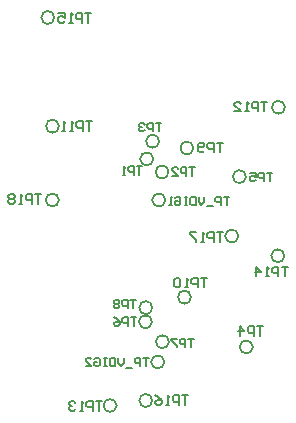
<source format=gbo>
%FSLAX24Y24*%
%MOIN*%
G70*
G01*
G75*
G04 Layer_Color=32896*
%ADD10C,0.0197*%
%ADD11C,0.0276*%
%ADD12R,0.0315X0.0276*%
%ADD13R,0.0295X0.0591*%
%ADD14R,0.0315X0.0118*%
%ADD15R,0.0394X0.0709*%
%ADD16R,0.0177X0.0098*%
%ADD17R,0.0177X0.0138*%
G04:AMPARAMS|DCode=18|XSize=59.1mil|YSize=17.7mil|CornerRadius=0mil|HoleSize=0mil|Usage=FLASHONLY|Rotation=90.000|XOffset=0mil|YOffset=0mil|HoleType=Round|Shape=RoundedRectangle|*
%AMROUNDEDRECTD18*
21,1,0.0591,0.0177,0,0,90.0*
21,1,0.0591,0.0177,0,0,90.0*
1,1,0.0000,0.0089,0.0295*
1,1,0.0000,0.0089,-0.0295*
1,1,0.0000,-0.0089,-0.0295*
1,1,0.0000,-0.0089,0.0295*
%
%ADD18ROUNDEDRECTD18*%
%ADD19R,0.0118X0.0315*%
%ADD20R,0.0472X0.0787*%
%ADD21R,0.0354X0.0157*%
%ADD22R,0.0189X0.0197*%
%ADD23R,0.0039X0.0039*%
%ADD24R,0.0246X0.1496*%
%ADD25R,0.0246X0.1043*%
%ADD26R,0.1232X0.0246*%
%ADD27R,0.1496X0.0246*%
%ADD28R,0.0177X0.0197*%
%ADD29R,0.0118X0.0118*%
G04:AMPARAMS|DCode=30|XSize=11.8mil|YSize=11.8mil|CornerRadius=0.3mil|HoleSize=0mil|Usage=FLASHONLY|Rotation=270.000|XOffset=0mil|YOffset=0mil|HoleType=Round|Shape=RoundedRectangle|*
%AMROUNDEDRECTD30*
21,1,0.0118,0.0112,0,0,270.0*
21,1,0.0112,0.0118,0,0,270.0*
1,1,0.0006,-0.0056,-0.0056*
1,1,0.0006,-0.0056,0.0056*
1,1,0.0006,0.0056,0.0056*
1,1,0.0006,0.0056,-0.0056*
%
%ADD30ROUNDEDRECTD30*%
%ADD31R,0.1654X0.1654*%
%ADD32R,0.0374X0.0079*%
%ADD33R,0.0079X0.0374*%
G04:AMPARAMS|DCode=34|XSize=39.4mil|YSize=23.6mil|CornerRadius=0.6mil|HoleSize=0mil|Usage=FLASHONLY|Rotation=270.000|XOffset=0mil|YOffset=0mil|HoleType=Round|Shape=RoundedRectangle|*
%AMROUNDEDRECTD34*
21,1,0.0394,0.0224,0,0,270.0*
21,1,0.0382,0.0236,0,0,270.0*
1,1,0.0012,-0.0112,-0.0191*
1,1,0.0012,-0.0112,0.0191*
1,1,0.0012,0.0112,0.0191*
1,1,0.0012,0.0112,-0.0191*
%
%ADD34ROUNDEDRECTD34*%
%ADD35R,0.0118X0.0118*%
%ADD36R,0.0630X0.0315*%
G04:AMPARAMS|DCode=37|XSize=25.2mil|YSize=24mil|CornerRadius=0.6mil|HoleSize=0mil|Usage=FLASHONLY|Rotation=90.000|XOffset=0mil|YOffset=0mil|HoleType=Round|Shape=RoundedRectangle|*
%AMROUNDEDRECTD37*
21,1,0.0252,0.0228,0,0,90.0*
21,1,0.0240,0.0240,0,0,90.0*
1,1,0.0012,0.0114,0.0120*
1,1,0.0012,0.0114,-0.0120*
1,1,0.0012,-0.0114,-0.0120*
1,1,0.0012,-0.0114,0.0120*
%
%ADD37ROUNDEDRECTD37*%
%ADD38R,0.0138X0.0226*%
%ADD39R,0.0226X0.0138*%
%ADD40R,0.0138X0.0148*%
%ADD41R,0.0148X0.0138*%
%ADD42C,0.0354*%
%ADD43R,0.0138X0.0236*%
%ADD44R,0.0295X0.0197*%
%ADD45R,0.0390X0.0430*%
G04:AMPARAMS|DCode=46|XSize=31.5mil|YSize=31.5mil|CornerRadius=0.8mil|HoleSize=0mil|Usage=FLASHONLY|Rotation=180.000|XOffset=0mil|YOffset=0mil|HoleType=Round|Shape=RoundedRectangle|*
%AMROUNDEDRECTD46*
21,1,0.0315,0.0299,0,0,180.0*
21,1,0.0299,0.0315,0,0,180.0*
1,1,0.0016,-0.0150,0.0150*
1,1,0.0016,0.0150,0.0150*
1,1,0.0016,0.0150,-0.0150*
1,1,0.0016,-0.0150,-0.0150*
%
%ADD46ROUNDEDRECTD46*%
G04:AMPARAMS|DCode=47|XSize=19.7mil|YSize=19.7mil|CornerRadius=0.5mil|HoleSize=0mil|Usage=FLASHONLY|Rotation=0.000|XOffset=0mil|YOffset=0mil|HoleType=Round|Shape=RoundedRectangle|*
%AMROUNDEDRECTD47*
21,1,0.0197,0.0187,0,0,0.0*
21,1,0.0187,0.0197,0,0,0.0*
1,1,0.0010,0.0094,-0.0094*
1,1,0.0010,-0.0094,-0.0094*
1,1,0.0010,-0.0094,0.0094*
1,1,0.0010,0.0094,0.0094*
%
%ADD47ROUNDEDRECTD47*%
G04:AMPARAMS|DCode=48|XSize=11.8mil|YSize=11.8mil|CornerRadius=0.3mil|HoleSize=0mil|Usage=FLASHONLY|Rotation=180.000|XOffset=0mil|YOffset=0mil|HoleType=Round|Shape=RoundedRectangle|*
%AMROUNDEDRECTD48*
21,1,0.0118,0.0112,0,0,180.0*
21,1,0.0112,0.0118,0,0,180.0*
1,1,0.0006,-0.0056,0.0056*
1,1,0.0006,0.0056,0.0056*
1,1,0.0006,0.0056,-0.0056*
1,1,0.0006,-0.0056,-0.0056*
%
%ADD48ROUNDEDRECTD48*%
%ADD49R,0.1909X0.1909*%
%ADD50C,0.0108*%
G04:AMPARAMS|DCode=51|XSize=35.4mil|YSize=31.5mil|CornerRadius=0.2mil|HoleSize=0mil|Usage=FLASHONLY|Rotation=180.000|XOffset=0mil|YOffset=0mil|HoleType=Round|Shape=RoundedRectangle|*
%AMROUNDEDRECTD51*
21,1,0.0354,0.0312,0,0,180.0*
21,1,0.0351,0.0315,0,0,180.0*
1,1,0.0003,-0.0176,0.0156*
1,1,0.0003,0.0176,0.0156*
1,1,0.0003,0.0176,-0.0156*
1,1,0.0003,-0.0176,-0.0156*
%
%ADD51ROUNDEDRECTD51*%
G04:AMPARAMS|DCode=52|XSize=19.7mil|YSize=19.7mil|CornerRadius=0.5mil|HoleSize=0mil|Usage=FLASHONLY|Rotation=270.000|XOffset=0mil|YOffset=0mil|HoleType=Round|Shape=RoundedRectangle|*
%AMROUNDEDRECTD52*
21,1,0.0197,0.0187,0,0,270.0*
21,1,0.0187,0.0197,0,0,270.0*
1,1,0.0010,-0.0094,-0.0094*
1,1,0.0010,-0.0094,0.0094*
1,1,0.0010,0.0094,0.0094*
1,1,0.0010,0.0094,-0.0094*
%
%ADD52ROUNDEDRECTD52*%
%ADD53R,0.0197X0.0177*%
G04:AMPARAMS|DCode=54|XSize=31.5mil|YSize=31.5mil|CornerRadius=0.8mil|HoleSize=0mil|Usage=FLASHONLY|Rotation=270.000|XOffset=0mil|YOffset=0mil|HoleType=Round|Shape=RoundedRectangle|*
%AMROUNDEDRECTD54*
21,1,0.0315,0.0299,0,0,270.0*
21,1,0.0299,0.0315,0,0,270.0*
1,1,0.0016,-0.0150,-0.0150*
1,1,0.0016,-0.0150,0.0150*
1,1,0.0016,0.0150,0.0150*
1,1,0.0016,0.0150,-0.0150*
%
%ADD54ROUNDEDRECTD54*%
%ADD55C,0.0472*%
%ADD56C,0.0039*%
%ADD57C,0.0079*%
%ADD58C,0.0060*%
%ADD59C,0.0157*%
%ADD60C,0.0200*%
%ADD61C,0.0118*%
%ADD62C,0.0120*%
%ADD63C,0.0150*%
%ADD64C,0.0059*%
%ADD65C,0.0060*%
%ADD66C,0.0030*%
%ADD67C,0.0080*%
%ADD68C,0.0276*%
%ADD69C,0.0070*%
%ADD70C,0.0100*%
%ADD71C,0.0110*%
%ADD72C,0.0068*%
%ADD73C,0.0130*%
%ADD74C,0.0055*%
%ADD75C,0.0177*%
%ADD76R,0.0433X0.0699*%
%ADD77R,0.0226X0.0157*%
%ADD78R,0.0650X0.0551*%
%ADD79R,0.0512X0.0394*%
%ADD80R,0.0630X0.0433*%
%ADD81R,0.0492X0.0482*%
%ADD82R,0.0364X0.0502*%
%ADD83R,0.0236X0.0404*%
%ADD84R,0.0130X0.0424*%
%ADD85R,0.0185X0.0433*%
%ADD86C,0.0315*%
%ADD87C,0.0276*%
%ADD88C,0.0157*%
%ADD89C,0.0240*%
%ADD90C,0.0200*%
%ADD91C,0.0180*%
%ADD92C,0.0177*%
%ADD93R,0.0315X0.0246*%
%ADD94R,0.0315X0.0384*%
%ADD95R,0.0315X0.0463*%
%ADD96R,0.0315X0.0472*%
%ADD97R,0.0315X0.0394*%
%ADD98R,0.0315X0.0492*%
%ADD99R,0.0295X0.0443*%
%ADD100C,0.0300*%
%ADD101R,0.0315X0.0551*%
%ADD102C,0.0300*%
%ADD103C,0.0286*%
%ADD104C,0.0098*%
%ADD105C,0.0040*%
%ADD106C,0.0070*%
%ADD107C,0.0071*%
%ADD108C,0.0003*%
%ADD109R,0.0197X0.0039*%
%ADD110R,0.0157X0.0157*%
%ADD111R,0.0197X0.0118*%
%ADD112R,0.0118X0.0157*%
%ADD113R,0.0146X0.0067*%
%ADD114R,0.0146X0.0106*%
%ADD115R,0.0106X0.0195*%
%ADD116R,0.0195X0.0106*%
%ADD117R,0.0106X0.0116*%
%ADD118R,0.0116X0.0106*%
%ADD119C,0.0118*%
%ADD120R,0.0365X0.0326*%
%ADD121R,0.0345X0.0641*%
%ADD122R,0.0365X0.0168*%
%ADD123R,0.0444X0.0759*%
%ADD124R,0.0227X0.0148*%
%ADD125R,0.0227X0.0188*%
G04:AMPARAMS|DCode=126|XSize=64.1mil|YSize=22.7mil|CornerRadius=0mil|HoleSize=0mil|Usage=FLASHONLY|Rotation=90.000|XOffset=0mil|YOffset=0mil|HoleType=Round|Shape=RoundedRectangle|*
%AMROUNDEDRECTD126*
21,1,0.0641,0.0227,0,0,90.0*
21,1,0.0641,0.0227,0,0,90.0*
1,1,0.0000,0.0114,0.0320*
1,1,0.0000,0.0114,-0.0320*
1,1,0.0000,-0.0114,-0.0320*
1,1,0.0000,-0.0114,0.0320*
%
%ADD126ROUNDEDRECTD126*%
%ADD127R,0.0168X0.0365*%
%ADD128R,0.0522X0.0837*%
%ADD129R,0.0394X0.0197*%
%ADD130R,0.0239X0.0247*%
%ADD131R,0.0089X0.0089*%
%ADD132R,0.0296X0.1546*%
%ADD133R,0.0296X0.1093*%
%ADD134R,0.1282X0.0296*%
%ADD135R,0.1546X0.0296*%
%ADD136R,0.0227X0.0247*%
%ADD137R,0.0168X0.0168*%
G04:AMPARAMS|DCode=138|XSize=15mil|YSize=15mil|CornerRadius=1.9mil|HoleSize=0mil|Usage=FLASHONLY|Rotation=270.000|XOffset=0mil|YOffset=0mil|HoleType=Round|Shape=RoundedRectangle|*
%AMROUNDEDRECTD138*
21,1,0.0150,0.0112,0,0,270.0*
21,1,0.0112,0.0150,0,0,270.0*
1,1,0.0037,-0.0056,-0.0056*
1,1,0.0037,-0.0056,0.0056*
1,1,0.0037,0.0056,0.0056*
1,1,0.0037,0.0056,-0.0056*
%
%ADD138ROUNDEDRECTD138*%
%ADD139R,0.1704X0.1704*%
%ADD140R,0.0424X0.0129*%
%ADD141R,0.0129X0.0424*%
G04:AMPARAMS|DCode=142|XSize=44.4mil|YSize=28.6mil|CornerRadius=3.1mil|HoleSize=0mil|Usage=FLASHONLY|Rotation=270.000|XOffset=0mil|YOffset=0mil|HoleType=Round|Shape=RoundedRectangle|*
%AMROUNDEDRECTD142*
21,1,0.0444,0.0224,0,0,270.0*
21,1,0.0382,0.0286,0,0,270.0*
1,1,0.0062,-0.0112,-0.0191*
1,1,0.0062,-0.0112,0.0191*
1,1,0.0062,0.0112,0.0191*
1,1,0.0062,0.0112,-0.0191*
%
%ADD142ROUNDEDRECTD142*%
%ADD143R,0.0168X0.0168*%
%ADD144R,0.0680X0.0365*%
G04:AMPARAMS|DCode=145|XSize=30.2mil|YSize=29mil|CornerRadius=3.1mil|HoleSize=0mil|Usage=FLASHONLY|Rotation=90.000|XOffset=0mil|YOffset=0mil|HoleType=Round|Shape=RoundedRectangle|*
%AMROUNDEDRECTD145*
21,1,0.0302,0.0228,0,0,90.0*
21,1,0.0240,0.0290,0,0,90.0*
1,1,0.0062,0.0114,0.0120*
1,1,0.0062,0.0114,-0.0120*
1,1,0.0062,-0.0114,-0.0120*
1,1,0.0062,-0.0114,0.0120*
%
%ADD145ROUNDEDRECTD145*%
%ADD146R,0.0217X0.0305*%
%ADD147R,0.0305X0.0217*%
%ADD148R,0.0217X0.0226*%
%ADD149R,0.0226X0.0217*%
%ADD150C,0.0748*%
%ADD151R,0.0345X0.0247*%
%ADD152R,0.0440X0.0480*%
G04:AMPARAMS|DCode=153|XSize=24.7mil|YSize=24.7mil|CornerRadius=3mil|HoleSize=0mil|Usage=FLASHONLY|Rotation=0.000|XOffset=0mil|YOffset=0mil|HoleType=Round|Shape=RoundedRectangle|*
%AMROUNDEDRECTD153*
21,1,0.0247,0.0187,0,0,0.0*
21,1,0.0187,0.0247,0,0,0.0*
1,1,0.0060,0.0094,-0.0094*
1,1,0.0060,-0.0094,-0.0094*
1,1,0.0060,-0.0094,0.0094*
1,1,0.0060,0.0094,0.0094*
%
%ADD153ROUNDEDRECTD153*%
G04:AMPARAMS|DCode=154|XSize=16.8mil|YSize=16.8mil|CornerRadius=2.8mil|HoleSize=0mil|Usage=FLASHONLY|Rotation=180.000|XOffset=0mil|YOffset=0mil|HoleType=Round|Shape=RoundedRectangle|*
%AMROUNDEDRECTD154*
21,1,0.0168,0.0112,0,0,180.0*
21,1,0.0112,0.0168,0,0,180.0*
1,1,0.0056,-0.0056,0.0056*
1,1,0.0056,0.0056,0.0056*
1,1,0.0056,0.0056,-0.0056*
1,1,0.0056,-0.0056,-0.0056*
%
%ADD154ROUNDEDRECTD154*%
%ADD155R,0.1949X0.1949*%
%ADD156C,0.0148*%
G04:AMPARAMS|DCode=157|XSize=40.4mil|YSize=36.5mil|CornerRadius=2.7mil|HoleSize=0mil|Usage=FLASHONLY|Rotation=180.000|XOffset=0mil|YOffset=0mil|HoleType=Round|Shape=RoundedRectangle|*
%AMROUNDEDRECTD157*
21,1,0.0404,0.0312,0,0,180.0*
21,1,0.0351,0.0365,0,0,180.0*
1,1,0.0053,-0.0176,0.0156*
1,1,0.0053,0.0176,0.0156*
1,1,0.0053,0.0176,-0.0156*
1,1,0.0053,-0.0176,-0.0156*
%
%ADD157ROUNDEDRECTD157*%
G04:AMPARAMS|DCode=158|XSize=36.5mil|YSize=36.5mil|CornerRadius=3.3mil|HoleSize=0mil|Usage=FLASHONLY|Rotation=0.000|XOffset=0mil|YOffset=0mil|HoleType=Round|Shape=RoundedRectangle|*
%AMROUNDEDRECTD158*
21,1,0.0365,0.0299,0,0,0.0*
21,1,0.0299,0.0365,0,0,0.0*
1,1,0.0066,0.0150,-0.0150*
1,1,0.0066,-0.0150,-0.0150*
1,1,0.0066,-0.0150,0.0150*
1,1,0.0066,0.0150,0.0150*
%
%ADD158ROUNDEDRECTD158*%
G04:AMPARAMS|DCode=159|XSize=15mil|YSize=15mil|CornerRadius=1.9mil|HoleSize=0mil|Usage=FLASHONLY|Rotation=0.000|XOffset=0mil|YOffset=0mil|HoleType=Round|Shape=RoundedRectangle|*
%AMROUNDEDRECTD159*
21,1,0.0150,0.0112,0,0,0.0*
21,1,0.0112,0.0150,0,0,0.0*
1,1,0.0037,0.0056,-0.0056*
1,1,0.0037,-0.0056,-0.0056*
1,1,0.0037,-0.0056,0.0056*
1,1,0.0037,0.0056,0.0056*
%
%ADD159ROUNDEDRECTD159*%
G04:AMPARAMS|DCode=160|XSize=24.7mil|YSize=24.7mil|CornerRadius=3mil|HoleSize=0mil|Usage=FLASHONLY|Rotation=270.000|XOffset=0mil|YOffset=0mil|HoleType=Round|Shape=RoundedRectangle|*
%AMROUNDEDRECTD160*
21,1,0.0247,0.0187,0,0,270.0*
21,1,0.0187,0.0247,0,0,270.0*
1,1,0.0060,-0.0094,-0.0094*
1,1,0.0060,-0.0094,0.0094*
1,1,0.0060,0.0094,0.0094*
1,1,0.0060,0.0094,-0.0094*
%
%ADD160ROUNDEDRECTD160*%
G04:AMPARAMS|DCode=161|XSize=16.8mil|YSize=16.8mil|CornerRadius=2.8mil|HoleSize=0mil|Usage=FLASHONLY|Rotation=270.000|XOffset=0mil|YOffset=0mil|HoleType=Round|Shape=RoundedRectangle|*
%AMROUNDEDRECTD161*
21,1,0.0168,0.0112,0,0,270.0*
21,1,0.0112,0.0168,0,0,270.0*
1,1,0.0056,-0.0056,-0.0056*
1,1,0.0056,-0.0056,0.0056*
1,1,0.0056,0.0056,0.0056*
1,1,0.0056,0.0056,-0.0056*
%
%ADD161ROUNDEDRECTD161*%
%ADD162R,0.0247X0.0227*%
G04:AMPARAMS|DCode=163|XSize=36.5mil|YSize=36.5mil|CornerRadius=3.3mil|HoleSize=0mil|Usage=FLASHONLY|Rotation=270.000|XOffset=0mil|YOffset=0mil|HoleType=Round|Shape=RoundedRectangle|*
%AMROUNDEDRECTD163*
21,1,0.0365,0.0299,0,0,270.0*
21,1,0.0299,0.0365,0,0,270.0*
1,1,0.0066,-0.0150,-0.0150*
1,1,0.0066,-0.0150,0.0150*
1,1,0.0066,0.0150,0.0150*
1,1,0.0066,0.0150,-0.0150*
%
%ADD163ROUNDEDRECTD163*%
%ADD164C,0.0522*%
%ADD165C,0.0365*%
%ADD166C,0.0326*%
%ADD167R,0.0365X0.0601*%
%ADD168C,0.0350*%
D57*
X9242Y4616D02*
X9032D01*
X9137D01*
Y4301D01*
X8927D02*
Y4616D01*
X8770D01*
X8717Y4564D01*
Y4459D01*
X8770Y4406D01*
X8927D01*
X8455Y4301D02*
Y4616D01*
X8612Y4459D01*
X8403D01*
X7904Y10738D02*
X7694D01*
X7799D01*
Y10423D01*
X7589D02*
Y10738D01*
X7431D01*
X7379Y10686D01*
Y10581D01*
X7431Y10528D01*
X7589D01*
X7274Y10476D02*
X7221Y10423D01*
X7116D01*
X7064Y10476D01*
Y10686D01*
X7116Y10738D01*
X7221D01*
X7274Y10686D01*
Y10633D01*
X7221Y10581D01*
X7064D01*
X7372Y6230D02*
X7162D01*
X7267D01*
Y5915D01*
X7057D02*
Y6230D01*
X6900D01*
X6847Y6178D01*
Y6073D01*
X6900Y6020D01*
X7057D01*
X6742Y5915D02*
X6637D01*
X6690D01*
Y6230D01*
X6742Y6178D01*
X6480D02*
X6427Y6230D01*
X6323D01*
X6270Y6178D01*
Y5968D01*
X6323Y5915D01*
X6427D01*
X6480Y5968D01*
Y6178D01*
X3533Y11447D02*
X3324D01*
X3429D01*
Y11132D01*
X3219D02*
Y11447D01*
X3061D01*
X3009Y11394D01*
Y11289D01*
X3061Y11237D01*
X3219D01*
X2904Y11132D02*
X2799D01*
X2851D01*
Y11447D01*
X2904Y11394D01*
X2641Y11132D02*
X2536D01*
X2589D01*
Y11447D01*
X2641Y11394D01*
X9380Y12096D02*
X9170D01*
X9275D01*
Y11781D01*
X9065D02*
Y12096D01*
X8908D01*
X8855Y12044D01*
Y11939D01*
X8908Y11886D01*
X9065D01*
X8750Y11781D02*
X8645D01*
X8698D01*
Y12096D01*
X8750Y12044D01*
X8278Y11781D02*
X8488D01*
X8278Y11991D01*
Y12044D01*
X8330Y12096D01*
X8435D01*
X8488Y12044D01*
X3868Y2126D02*
X3658D01*
X3763D01*
Y1811D01*
X3553D02*
Y2126D01*
X3396D01*
X3343Y2073D01*
Y1968D01*
X3396Y1916D01*
X3553D01*
X3238Y1811D02*
X3133D01*
X3186D01*
Y2126D01*
X3238Y2073D01*
X2976D02*
X2924Y2126D01*
X2819D01*
X2766Y2073D01*
Y2021D01*
X2819Y1968D01*
X2871D01*
X2819D01*
X2766Y1916D01*
Y1864D01*
X2819Y1811D01*
X2924D01*
X2976Y1864D01*
X10059Y6594D02*
X9849D01*
X9954D01*
Y6280D01*
X9744D02*
Y6594D01*
X9587D01*
X9534Y6542D01*
Y6437D01*
X9587Y6384D01*
X9744D01*
X9429Y6280D02*
X9324D01*
X9377D01*
Y6594D01*
X9429Y6542D01*
X9010Y6280D02*
Y6594D01*
X9167Y6437D01*
X8957D01*
X3514Y15059D02*
X3304D01*
X3409D01*
Y14744D01*
X3199D02*
Y15059D01*
X3041D01*
X2989Y15006D01*
Y14902D01*
X3041Y14849D01*
X3199D01*
X2884Y14744D02*
X2779D01*
X2832D01*
Y15059D01*
X2884Y15006D01*
X2412Y15059D02*
X2622D01*
Y14902D01*
X2517Y14954D01*
X2464D01*
X2412Y14902D01*
Y14797D01*
X2464Y14744D01*
X2569D01*
X2622Y14797D01*
X6742Y2313D02*
X6532D01*
X6637D01*
Y1998D01*
X6427D02*
Y2313D01*
X6270D01*
X6217Y2260D01*
Y2155D01*
X6270Y2103D01*
X6427D01*
X6112Y1998D02*
X6007D01*
X6060D01*
Y2313D01*
X6112Y2260D01*
X5640Y2313D02*
X5745Y2260D01*
X5850Y2155D01*
Y2051D01*
X5798Y1998D01*
X5693D01*
X5640Y2051D01*
Y2103D01*
X5693Y2155D01*
X5850D01*
X7904Y7756D02*
X7694D01*
X7799D01*
Y7441D01*
X7589D02*
Y7756D01*
X7431D01*
X7379Y7703D01*
Y7598D01*
X7431Y7546D01*
X7589D01*
X7274Y7441D02*
X7169D01*
X7221D01*
Y7756D01*
X7274Y7703D01*
X7011Y7756D02*
X6802D01*
Y7703D01*
X7011Y7493D01*
Y7441D01*
X1841Y9025D02*
X1631D01*
X1736D01*
Y8711D01*
X1526D02*
Y9025D01*
X1368D01*
X1316Y8973D01*
Y8868D01*
X1368Y8816D01*
X1526D01*
X1211Y8711D02*
X1106D01*
X1158D01*
Y9025D01*
X1211Y8973D01*
X948D02*
X896Y9025D01*
X791D01*
X739Y8973D01*
Y8921D01*
X791Y8868D01*
X739Y8816D01*
Y8763D01*
X791Y8711D01*
X896D01*
X948Y8763D01*
Y8816D01*
X896Y8868D01*
X948Y8921D01*
Y8973D01*
X896Y8868D02*
X791D01*
D58*
X8890Y3930D02*
G03*
X8890Y3930I-217J0D01*
G01*
X2427Y8829D02*
G03*
X2427Y8829I-217J0D01*
G01*
X8406Y7628D02*
G03*
X8406Y7628I-217J0D01*
G01*
X5541Y2146D02*
G03*
X5541Y2146I-217J0D01*
G01*
X2274Y14911D02*
G03*
X2274Y14911I-217J0D01*
G01*
X9941Y6969D02*
G03*
X9941Y6969I-217J0D01*
G01*
X4350Y1978D02*
G03*
X4350Y1978I-217J0D01*
G01*
X9961Y11919D02*
G03*
X9961Y11919I-217J0D01*
G01*
X2431Y11289D02*
G03*
X2431Y11289I-217J0D01*
G01*
X6831Y5591D02*
G03*
X6831Y5591I-217J0D01*
G01*
X6909Y10561D02*
G03*
X6909Y10561I-217J0D01*
G01*
X5571Y10197D02*
G03*
X5571Y10197I-217J0D01*
G01*
X6083Y9764D02*
G03*
X6083Y9764I-217J0D01*
G01*
X5768Y10787D02*
G03*
X5768Y10787I-217J0D01*
G01*
X8661Y9606D02*
G03*
X8661Y9606I-217J0D01*
G01*
X5530Y4770D02*
G03*
X5530Y4770I-217J0D01*
G01*
X6093Y4104D02*
G03*
X6093Y4104I-217J0D01*
G01*
X5540Y5240D02*
G03*
X5540Y5240I-217J0D01*
G01*
X5974Y8829D02*
G03*
X5974Y8829I-217J0D01*
G01*
X5940Y3430D02*
G03*
X5940Y3430I-217J0D01*
G01*
D69*
X5423Y3567D02*
X5237D01*
X5330D01*
Y3287D01*
X5143D02*
Y3567D01*
X5003D01*
X4957Y3521D01*
Y3427D01*
X5003Y3381D01*
X5143D01*
X4863Y3241D02*
X4677D01*
X4584Y3567D02*
Y3381D01*
X4490Y3287D01*
X4397Y3381D01*
Y3567D01*
X4304D02*
Y3287D01*
X4164D01*
X4117Y3334D01*
Y3521D01*
X4164Y3567D01*
X4304D01*
X4024D02*
X3930D01*
X3977D01*
Y3287D01*
X4024D01*
X3930D01*
X3604Y3521D02*
X3650Y3567D01*
X3744D01*
X3790Y3521D01*
Y3334D01*
X3744Y3287D01*
X3650D01*
X3604Y3334D01*
Y3427D01*
X3697D01*
X3324Y3287D02*
X3511D01*
X3324Y3474D01*
Y3521D01*
X3371Y3567D01*
X3464D01*
X3511Y3521D01*
X8110Y8941D02*
X7924D01*
X8017D01*
Y8661D01*
X7830D02*
Y8941D01*
X7690D01*
X7644Y8895D01*
Y8801D01*
X7690Y8755D01*
X7830D01*
X7550Y8615D02*
X7364D01*
X7271Y8941D02*
Y8755D01*
X7177Y8661D01*
X7084Y8755D01*
Y8941D01*
X6991D02*
Y8661D01*
X6851D01*
X6804Y8708D01*
Y8895D01*
X6851Y8941D01*
X6991D01*
X6711D02*
X6617D01*
X6664D01*
Y8661D01*
X6711D01*
X6617D01*
X6291Y8895D02*
X6337Y8941D01*
X6431D01*
X6477Y8895D01*
Y8708D01*
X6431Y8661D01*
X6337D01*
X6291Y8708D01*
Y8801D01*
X6384D01*
X6198Y8661D02*
X6104D01*
X6151D01*
Y8941D01*
X6198Y8895D01*
X5000Y5496D02*
X4813D01*
X4907D01*
Y5217D01*
X4720D02*
Y5496D01*
X4580D01*
X4533Y5450D01*
Y5356D01*
X4580Y5310D01*
X4720D01*
X4440Y5450D02*
X4394Y5496D01*
X4300D01*
X4254Y5450D01*
Y5403D01*
X4300Y5356D01*
X4254Y5310D01*
Y5263D01*
X4300Y5217D01*
X4394D01*
X4440Y5263D01*
Y5310D01*
X4394Y5356D01*
X4440Y5403D01*
Y5450D01*
X4394Y5356D02*
X4300D01*
X6919Y4207D02*
X6733D01*
X6826D01*
Y3927D01*
X6639D02*
Y4207D01*
X6499D01*
X6453Y4160D01*
Y4067D01*
X6499Y4020D01*
X6639D01*
X6359Y4207D02*
X6173D01*
Y4160D01*
X6359Y3974D01*
Y3927D01*
X5010Y4916D02*
X4823D01*
X4917D01*
Y4636D01*
X4730D02*
Y4916D01*
X4590D01*
X4543Y4869D01*
Y4776D01*
X4590Y4729D01*
X4730D01*
X4263Y4916D02*
X4357Y4869D01*
X4450Y4776D01*
Y4682D01*
X4403Y4636D01*
X4310D01*
X4263Y4682D01*
Y4729D01*
X4310Y4776D01*
X4450D01*
X9543Y9734D02*
X9357D01*
X9450D01*
Y9455D01*
X9263D02*
Y9734D01*
X9123D01*
X9077Y9688D01*
Y9594D01*
X9123Y9548D01*
X9263D01*
X8797Y9734D02*
X8983D01*
Y9594D01*
X8890Y9641D01*
X8844D01*
X8797Y9594D01*
Y9501D01*
X8844Y9455D01*
X8937D01*
X8983Y9501D01*
X5846Y11392D02*
X5660D01*
X5753D01*
Y11112D01*
X5567D02*
Y11392D01*
X5427D01*
X5380Y11345D01*
Y11252D01*
X5427Y11206D01*
X5567D01*
X5287Y11345D02*
X5240Y11392D01*
X5147D01*
X5100Y11345D01*
Y11299D01*
X5147Y11252D01*
X5193D01*
X5147D01*
X5100Y11206D01*
Y11159D01*
X5147Y11112D01*
X5240D01*
X5287Y11159D01*
X6959Y9916D02*
X6772D01*
X6865D01*
Y9636D01*
X6679D02*
Y9916D01*
X6539D01*
X6492Y9869D01*
Y9776D01*
X6539Y9729D01*
X6679D01*
X6212Y9636D02*
X6399D01*
X6212Y9822D01*
Y9869D01*
X6259Y9916D01*
X6352D01*
X6399Y9869D01*
X5207Y9955D02*
X5020D01*
X5113D01*
Y9675D01*
X4927D02*
Y9955D01*
X4787D01*
X4740Y9908D01*
Y9815D01*
X4787Y9768D01*
X4927D01*
X4647Y9675D02*
X4554D01*
X4600D01*
Y9955D01*
X4647Y9908D01*
M02*

</source>
